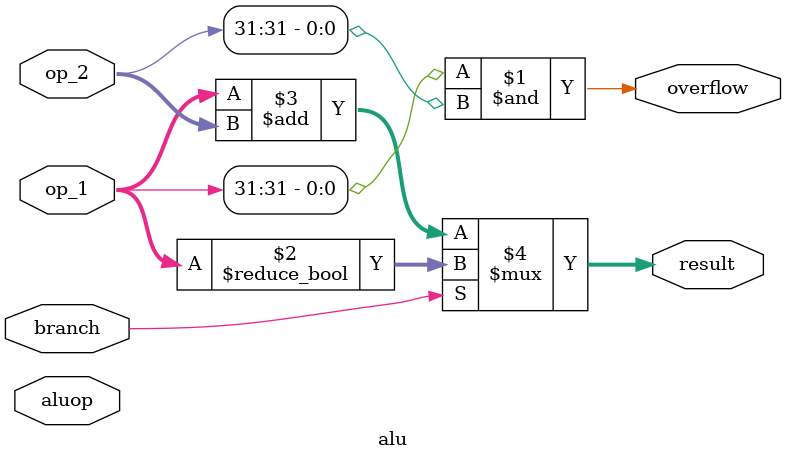
<source format=v>
module exec(
	input[31:0] rs,
	input[31:0] rt,
	input[31:0] imm,

	output[31:0] result,

	input[11:0] aluop,
	input alu_src,
	input branch,
	output jump,
	output overflow
);

alu ALU(.op_1(rs), .op_2((alu_src)?imm:rt), .aluop(aluop), .branch(branch), .result(result), .overflow(overflow));
assign jump = (branch&result);

endmodule

module alu(
	input[31:0] op_1,
	input[31:0] op_2,
	input[11:0] aluop,
	input branch,
	output[31:0] result,
	output overflow
);

assign overflow = (op_1[31] & op_2[31]);
assign result = (branch)?(op_1!=0):(op_1 + op_2);

endmodule

</source>
